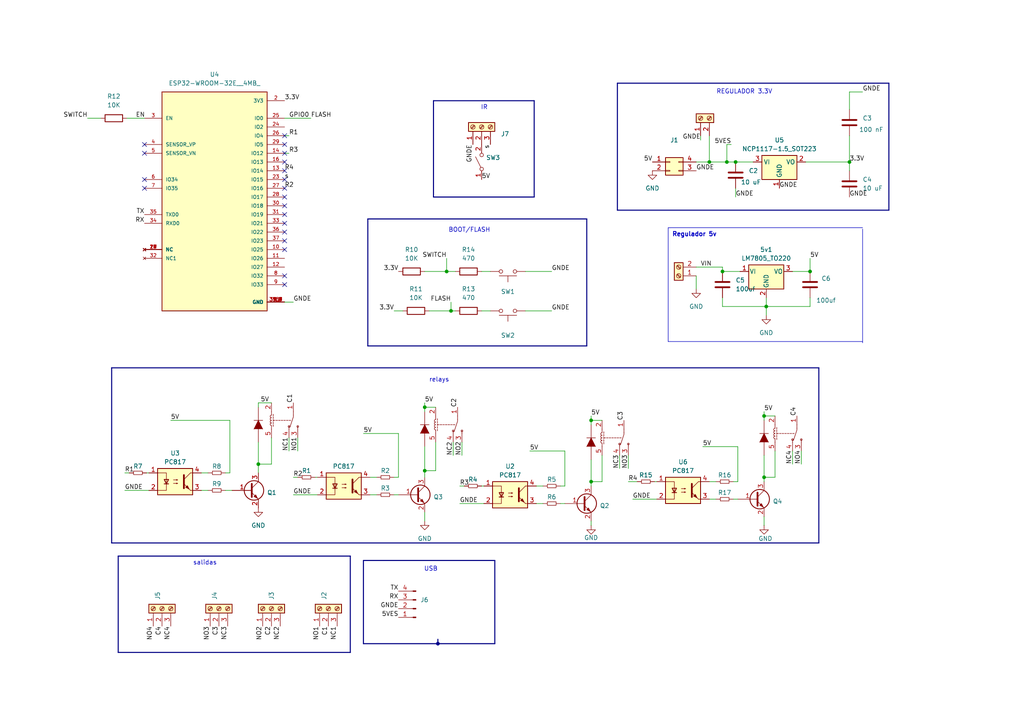
<source format=kicad_sch>
(kicad_sch (version 20231120) (generator "eeschema") (generator_version "8.0")
  (paper "A4")
  (title_block (title "Automatización WiFi") (company "Facundo Alliana / ECU Labs"))
  (lib_symbols
    (symbol "2N3904_1" (pin_names (offset 0) hide)
      (property "Reference" "Q4" (at 5.08 -0.635 0))
      (symbol "2N3904_1_0_1"
        (polyline (pts (xy 0.635 0.635) (xy 2.54 2.54)))
        (polyline (pts (xy 0.635 -0.635) (xy 2.54 -2.54) (xy 2.54 -2.54)))
        (polyline (pts (xy 0.635 1.905) (xy 0.635 -1.905) (xy 0.635 -1.905)) (stroke (width 0.508)))
        (polyline (pts (xy 1.27 -1.778) (xy 1.778 -1.27) (xy 2.286 -2.286) (xy 1.27 -1.778) (xy 1.27 -1.778)) (fill (type outline)))
        (circle (center 1.27 0) (radius 2.8194) (stroke (width 0.254)))
      )
      (symbol "2N3904_1_1_1"
        (pin passive line (at -5.08 0 0) (length 5.715) (name "B") (number "1"))
        (pin passive line (at 2.54 -5.08 90) (length 2.54) (name "E") (number "2"))
        (pin passive line (at 2.54 5.08 270) (length 2.54) (name "C") (number "3"))
      )
    )
    (symbol "Connector:Conn_01x04_Pin" (pin_names (offset 1.016) hide)
      (property "Reference" "J" (at 0 5.08 0))
      (property "Value" "Conn_01x04_Pin" (at 0 -7.62 0))
      (symbol "Conn_01x04_Pin_1_1"
        (polyline (pts (xy 1.27 -5.08) (xy 0.8636 -5.08)) (stroke (width 0.1524)))
        (polyline (pts (xy 1.27 -2.54) (xy 0.8636 -2.54)) (stroke (width 0.1524)))
        (polyline (pts (xy 1.27 0) (xy 0.8636 0)) (stroke (width 0.1524)))
        (polyline (pts (xy 1.27 2.54) (xy 0.8636 2.54)) (stroke (width 0.1524)))
        (rectangle (start 0.8636 -4.953) (end 0 -5.207) (stroke (width 0.1524)) (fill (type outline)))
        (rectangle (start 0.8636 -2.413) (end 0 -2.667) (stroke (width 0.1524)) (fill (type outline)))
        (rectangle (start 0.8636 0.127) (end 0 -0.127) (stroke (width 0.1524)) (fill (type outline)))
        (rectangle (start 0.8636 2.667) (end 0 2.413) (stroke (width 0.1524)) (fill (type outline)))
        (pin passive line (at 5.08 2.54 180) (length 3.81) (name "Pin_1") (number "1"))
        (pin passive line (at 5.08 0 180) (length 3.81) (name "Pin_2") (number "2"))
        (pin passive line (at 5.08 -2.54 180) (length 3.81) (name "Pin_3") (number "3"))
        (pin passive line (at 5.08 -5.08 180) (length 3.81) (name "Pin_4") (number "4"))
      )
    )
    (symbol "Connector:Screw_Terminal_01x02" (pin_names (offset 1.016) hide)
      (property "Reference" "J" (at 0 2.54 0))
      (property "Value" "Screw_Terminal_01x02" (at 0 -5.08 0))
      (symbol "Screw_Terminal_01x02_1_1"
        (rectangle (start -1.27 1.27) (end 1.27 -3.81) (stroke (width 0.254)) (fill (type background)))
        (circle (center 0 -2.54) (radius 0.635) (stroke (width 0.1524)))
        (polyline (pts (xy -0.5334 -2.2098) (xy 0.3302 -3.048)) (stroke (width 0.1524)))
        (polyline (pts (xy -0.5334 0.3302) (xy 0.3302 -0.508)) (stroke (width 0.1524)))
        (polyline (pts (xy -0.3556 -2.032) (xy 0.508 -2.8702)) (stroke (width 0.1524)))
        (polyline (pts (xy -0.3556 0.508) (xy 0.508 -0.3302)) (stroke (width 0.1524)))
        (circle (center 0 0) (radius 0.635) (stroke (width 0.1524)))
        (pin passive line (at -5.08 0 0) (length 3.81) (name "Pin_1") (number "1"))
        (pin passive line (at -5.08 -2.54 0) (length 3.81) (name "Pin_2") (number "2"))
      )
    )
    (symbol "Connector:Screw_Terminal_01x03" (pin_names (offset 1.016) hide)
      (property "Reference" "J" (at 0 5.08 0))
      (property "Value" "Screw_Terminal_01x03" (at 0 -5.08 0))
      (symbol "Screw_Terminal_01x03_1_1"
        (rectangle (start -1.27 3.81) (end 1.27 -3.81) (stroke (width 0.254)) (fill (type background)))
        (circle (center 0 -2.54) (radius 0.635) (stroke (width 0.1524)))
        (polyline (pts (xy -0.5334 -2.2098) (xy 0.3302 -3.048)) (stroke (width 0.1524)))
        (polyline (pts (xy -0.5334 0.3302) (xy 0.3302 -0.508)) (stroke (width 0.1524)))
        (polyline (pts (xy -0.5334 2.8702) (xy 0.3302 2.032)) (stroke (width 0.1524)))
        (polyline (pts (xy -0.3556 -2.032) (xy 0.508 -2.8702)) (stroke (width 0.1524)))
        (polyline (pts (xy -0.3556 0.508) (xy 0.508 -0.3302)) (stroke (width 0.1524)))
        (polyline (pts (xy -0.3556 3.048) (xy 0.508 2.2098)) (stroke (width 0.1524)))
        (circle (center 0 0) (radius 0.635) (stroke (width 0.1524)))
        (circle (center 0 2.54) (radius 0.635) (stroke (width 0.1524)))
        (pin passive line (at -5.08 2.54 0) (length 3.81) (name "Pin_1") (number "1"))
        (pin passive line (at -5.08 0 0) (length 3.81) (name "Pin_2") (number "2"))
        (pin passive line (at -5.08 -2.54 0) (length 3.81) (name "Pin_3") (number "3"))
      )
    )
    (symbol "Connector_Generic:Conn_02x02_Counter_Clockwise" (pin_names (offset 1.016) hide)
      (property "Reference" "J" (at 1.27 2.54 0))
      (property "Value" "Conn_02x02_Counter_Clockwise" (at 1.27 -5.08 0))
      (symbol "Conn_02x02_Counter_Clockwise_1_1"
        (rectangle (start -1.27 -2.413) (end 0 -2.667) (stroke (width 0.1524)))
        (rectangle (start -1.27 0.127) (end 0 -0.127) (stroke (width 0.1524)))
        (rectangle (start -1.27 1.27) (end 3.81 -3.81) (stroke (width 0.254)) (fill (type background)))
        (rectangle (start 3.81 -2.413) (end 2.54 -2.667) (stroke (width 0.1524)))
        (rectangle (start 3.81 0.127) (end 2.54 -0.127) (stroke (width 0.1524)))
        (pin passive line (at -5.08 0 0) (length 3.81) (name "Pin_1") (number "1"))
        (pin passive line (at -5.08 -2.54 0) (length 3.81) (name "Pin_2") (number "2"))
        (pin passive line (at 7.62 -2.54 180) (length 3.81) (name "Pin_3") (number "3"))
        (pin passive line (at 7.62 0 180) (length 3.81) (name "Pin_4") (number "4"))
      )
    )
    (symbol "Device:C" (pin_numbers hide) (pin_names (offset 0.254))
      (property "Reference" "C" (at 0.635 2.54 0))
      (property "Value" "C" (at 0.635 -2.54 0))
      (symbol "C_0_1"
        (polyline (pts (xy -2.032 -0.762) (xy 2.032 -0.762)) (stroke (width 0.508)))
        (polyline (pts (xy -2.032 0.762) (xy 2.032 0.762)) (stroke (width 0.508)))
      )
      (symbol "C_1_1"
        (pin passive line (at 0 3.81 270) (length 2.794) (name "~") (number "1"))
        (pin passive line (at 0 -3.81 90) (length 2.794) (name "~") (number "2"))
      )
    )
    (symbol "Device:R" (pin_numbers hide) (pin_names (offset 0))
      (property "Reference" "R" (at 2.032 0 90))
      (property "Value" "R" (at 0 0 90))
      (symbol "R_0_1"
        (rectangle (start -1.016 -2.54) (end 1.016 2.54) (stroke (width 0.254)))
      )
      (symbol "R_1_1"
        (pin passive line (at 0 3.81 270) (length 1.27) (name "~") (number "1"))
        (pin passive line (at 0 -3.81 90) (length 1.27) (name "~") (number "2"))
      )
    )
    (symbol "EESTN5:DIODE" (pin_numbers hide) (pin_names (offset 1.016) hide)
      (property "Reference" "D" (at 0 2.54 0))
      (property "Value" "DIODE" (at 0 -2.54 0))
      (symbol "DIODE_0_1"
        (polyline (pts (xy 1.27 1.27) (xy 1.27 -1.27)) (stroke (width 0.1524)))
        (polyline (pts (xy -1.27 1.27) (xy 1.27 0) (xy -1.27 -1.27)) (fill (type outline)))
      )
      (symbol "DIODE_1_1"
        (pin passive line (at -5.08 0 0) (length 3.81) (name "A") (number "1"))
        (pin passive line (at 5.08 0 180) (length 3.81) (name "K") (number "2"))
      )
    )
    (symbol "EESTN5:R" (pin_numbers hide) (pin_names (offset 0))
      (property "Reference" "R" (at -1.27 0 90))
      (property "Value" "R" (at 1.27 0 90))
      (symbol "R_0_1"
        (rectangle (start 0.508 1.27) (end -0.508 -1.27))
      )
      (symbol "R_1_1"
        (pin passive line (at 0 2.54 270) (length 1.27) (name "~") (number "1"))
        (pin passive line (at 0 -2.54 90) (length 1.27) (name "~") (number "2"))
      )
    )
    (symbol "EESTN5:RELAY_C" (pin_names (offset 1.016))
      (property "Reference" "K" (at 0 6.35 0))
      (property "Value" "RELAY_C" (at 0 -5.969 0))
      (symbol "RELAY_C_0_1"
        (arc (start -0.762 3.81) (mid -1.143 4.1894) (end -1.524 3.81))
        (polyline (pts (xy -1.778 3.302) (xy -1.27 3.302) (xy -1.27 3.302)))
        (polyline (pts (xy -1.524 -2.54) (xy -2.54 -2.54) (xy -2.54 -2.54)))
        (polyline (pts (xy -1.524 3.81) (xy -2.54 3.81) (xy -2.54 3.81)))
        (polyline (pts (xy -1.016 3.302) (xy -0.508 3.302) (xy -0.508 3.302)))
        (polyline (pts (xy -0.254 3.302) (xy 0.254 3.302) (xy 0.254 3.302)))
        (polyline (pts (xy 0 -1.27) (xy 0 -1.778) (xy 0 -1.778)))
        (polyline (pts (xy 0 -0.508) (xy 0 -1.016) (xy 0 -1.016)))
        (polyline (pts (xy 0 0.254) (xy 0 -0.254) (xy 0 -0.254)))
        (polyline (pts (xy 0 1.016) (xy 0 0.508) (xy 0 0.508)))
        (polyline (pts (xy 0 1.778) (xy 0 1.27) (xy 0 1.27)))
        (polyline (pts (xy 0 2.54) (xy 0 2.032) (xy 0 2.032)))
        (polyline (pts (xy 0 3.302) (xy 0 2.794) (xy 0 2.794)))
        (polyline (pts (xy 0.508 3.302) (xy 1.016 3.302) (xy 1.016 3.302)))
        (polyline (pts (xy 1.27 3.302) (xy 1.778 3.302) (xy 1.778 3.302)))
        (polyline (pts (xy 1.524 3.81) (xy 2.54 3.81) (xy 2.54 3.81)))
        (polyline (pts (xy 2.54 -3.81) (xy 1.778 -3.81) (xy 1.778 -3.81)))
        (polyline (pts (xy 2.54 -1.27) (xy 1.778 -1.27) (xy 1.778 -1.27)))
        (polyline (pts (xy -1.524 -2.54) (xy -1.016 -2.54) (xy 2.032 -1.524) (xy 2.032 -1.524)))
        (arc (start 0 3.81) (mid -0.381 4.1894) (end -0.762 3.81))
        (arc (start 0.762 3.81) (mid 0.381 4.1894) (end 0 3.81))
        (arc (start 1.524 3.81) (mid 1.143 4.1894) (end 0.762 3.81))
        (circle (center 1.778 -3.81) (radius 0.254))
        (circle (center 1.778 -1.27) (radius 0.254))
      )
      (symbol "RELAY_C_1_1"
        (pin passive line (at -5.08 -2.54 0) (length 2.54) (name "~") (number "1"))
        (pin passive line (at -5.08 3.81 0) (length 2.54) (name "~") (number "2"))
        (pin passive line (at 5.08 -3.81 180) (length 2.54) (name "~") (number "3"))
        (pin passive line (at 5.08 -1.27 180) (length 2.54) (name "~") (number "4"))
        (pin passive line (at 5.08 3.81 180) (length 2.54) (name "~") (number "5"))
      )
    )
    (symbol "EESTN5:SW_Push" (pin_numbers hide) (pin_names (offset 1.016) hide)
      (property "Reference" "SW" (at 1.27 2.54 0))
      (symbol "SW_Push_0_1"
        (circle (center -2.032 0) (radius 0.508))
        (polyline (pts (xy 0 1.27) (xy 0 3.048)))
        (polyline (pts (xy 2.54 1.27) (xy -2.54 1.27)))
        (circle (center 2.032 0) (radius 0.508))
        (pin passive line (at -5.08 0 0) (length 2.54) (name "1") (number "1"))
        (pin passive line (at 5.08 0 180) (length 2.54) (name "2") (number "2"))
      )
    )
    (symbol "ESP32-WROOM-32E__4MB_:ESP32-WROOM-32E__4MB_" (pin_names (offset 1.016))
      (property "Reference" "U" (at -15.24 33.909 0))
      (property "Value" "ESP32-WROOM-32E__4MB_" (at -15.24 -33.02 0))
      (symbol "ESP32-WROOM-32E__4MB__0_0"
        (rectangle (start -15.24 -30.48) (end 15.24 33.02) (stroke (width 0.254)) (fill (type background)))
        (pin power_in line (at 20.32 -27.94 180) (length 5.08) (name "GND") (number "1"))
        (pin bidirectional line (at 20.32 -12.7 180) (length 5.08) (name "IO25") (number "10"))
        (pin bidirectional line (at 20.32 -15.24 180) (length 5.08) (name "IO26") (number "11"))
        (pin bidirectional line (at 20.32 -17.78 180) (length 5.08) (name "IO27") (number "12"))
        (pin bidirectional line (at 20.32 10.16 180) (length 5.08) (name "IO14") (number "13"))
        (pin bidirectional line (at 20.32 15.24 180) (length 5.08) (name "IO12") (number "14"))
        (pin power_in line (at 20.32 -27.94 180) (length 5.08) (name "GND") (number "15"))
        (pin bidirectional line (at 20.32 12.7 180) (length 5.08) (name "IO13") (number "16"))
        (pin no_connect line (at -20.32 -12.7 0) (length 5.08) (name "NC") (number "17"))
        (pin no_connect line (at -20.32 -12.7 0) (length 5.08) (name "NC") (number "18"))
        (pin no_connect line (at -20.32 -12.7 0) (length 5.08) (name "NC") (number "19"))
        (pin power_in line (at 20.32 30.48 180) (length 5.08) (name "3V3") (number "2"))
        (pin no_connect line (at -20.32 -12.7 0) (length 5.08) (name "NC") (number "20"))
        (pin no_connect line (at -20.32 -12.7 0) (length 5.08) (name "NC") (number "21"))
        (pin no_connect line (at -20.32 -12.7 0) (length 5.08) (name "NC") (number "22"))
        (pin bidirectional line (at 20.32 7.62 180) (length 5.08) (name "IO15") (number "23"))
        (pin bidirectional line (at 20.32 22.86 180) (length 5.08) (name "IO2") (number "24"))
        (pin bidirectional line (at 20.32 25.4 180) (length 5.08) (name "IO0") (number "25"))
        (pin bidirectional line (at 20.32 20.32 180) (length 5.08) (name "IO4") (number "26"))
        (pin bidirectional line (at 20.32 5.08 180) (length 5.08) (name "IO16") (number "27"))
        (pin bidirectional line (at 20.32 2.54 180) (length 5.08) (name "IO17") (number "28"))
        (pin bidirectional line (at 20.32 17.78 180) (length 5.08) (name "IO5") (number "29"))
        (pin input line (at -20.32 25.4 0) (length 5.08) (name "EN") (number "3"))
        (pin bidirectional line (at 20.32 0 180) (length 5.08) (name "IO18") (number "30"))
        (pin bidirectional line (at 20.32 -2.54 180) (length 5.08) (name "IO19") (number "31"))
        (pin no_connect line (at -20.32 -15.24 0) (length 5.08) (name "NC1") (number "32"))
        (pin bidirectional line (at 20.32 -5.08 180) (length 5.08) (name "IO21") (number "33"))
        (pin bidirectional line (at -20.32 -5.08 0) (length 5.08) (name "RXD0") (number "34"))
        (pin bidirectional line (at -20.32 -2.54 0) (length 5.08) (name "TXD0") (number "35"))
        (pin bidirectional line (at 20.32 -7.62 180) (length 5.08) (name "IO22") (number "36"))
        (pin bidirectional line (at 20.32 -10.16 180) (length 5.08) (name "IO23") (number "37"))
        (pin power_in line (at 20.32 -27.94 180) (length 5.08) (name "GND") (number "38"))
        (pin power_in line (at 20.32 -27.94 180) (length 5.08) (name "GND") (number "39_1"))
        (pin power_in line (at 20.32 -27.94 180) (length 5.08) (name "GND") (number "39_2"))
        (pin power_in line (at 20.32 -27.94 180) (length 5.08) (name "GND") (number "39_3"))
        (pin power_in line (at 20.32 -27.94 180) (length 5.08) (name "GND") (number "39_4"))
        (pin power_in line (at 20.32 -27.94 180) (length 5.08) (name "GND") (number "39_5"))
        (pin power_in line (at 20.32 -27.94 180) (length 5.08) (name "GND") (number "39_6"))
        (pin power_in line (at 20.32 -27.94 180) (length 5.08) (name "GND") (number "39_7"))
        (pin power_in line (at 20.32 -27.94 180) (length 5.08) (name "GND") (number "39_8"))
        (pin power_in line (at 20.32 -27.94 180) (length 5.08) (name "GND") (number "39_9"))
        (pin input line (at -20.32 17.78 0) (length 5.08) (name "SENSOR_VP") (number "4"))
        (pin input line (at -20.32 15.24 0) (length 5.08) (name "SENSOR_VN") (number "5"))
        (pin input line (at -20.32 7.62 0) (length 5.08) (name "IO34") (number "6"))
        (pin input line (at -20.32 5.08 0) (length 5.08) (name "IO35") (number "7"))
        (pin bidirectional line (at 20.32 -20.32 180) (length 5.08) (name "IO32") (number "8"))
        (pin bidirectional line (at 20.32 -22.86 180) (length 5.08) (name "IO33") (number "9"))
      )
    )
    (symbol "Isolator:PC817" (pin_names (offset 1.016))
      (property "Reference" "U" (at -5.08 5.08 0))
      (property "Value" "PC817" (at 0 5.08 0))
      (symbol "PC817_0_1"
        (rectangle (start -5.08 3.81) (end 5.08 -3.81) (stroke (width 0.254)) (fill (type background)))
        (polyline (pts (xy -3.175 -0.635) (xy -1.905 -0.635)) (stroke (width 0.254)))
        (polyline (pts (xy 2.54 0.635) (xy 4.445 2.54)))
        (polyline (pts (xy 4.445 -2.54) (xy 2.54 -0.635)) (fill (type outline)))
        (polyline (pts (xy 4.445 -2.54) (xy 5.08 -2.54)))
        (polyline (pts (xy 4.445 2.54) (xy 5.08 2.54)))
        (polyline (pts (xy -5.08 2.54) (xy -2.54 2.54) (xy -2.54 -0.635)))
        (polyline (pts (xy -2.54 -0.635) (xy -2.54 -2.54) (xy -5.08 -2.54)))
        (polyline (pts (xy 2.54 1.905) (xy 2.54 -1.905) (xy 2.54 -1.905)) (stroke (width 0.508)))
        (polyline (pts (xy -2.54 -0.635) (xy -3.175 0.635) (xy -1.905 0.635) (xy -2.54 -0.635)) (stroke (width 0.254)))
        (polyline (pts (xy -0.508 -0.508) (xy 0.762 -0.508) (xy 0.381 -0.635) (xy 0.381 -0.381) (xy 0.762 -0.508)))
        (polyline (pts (xy -0.508 0.508) (xy 0.762 0.508) (xy 0.381 0.381) (xy 0.381 0.635) (xy 0.762 0.508)))
        (polyline (pts (xy 3.048 -1.651) (xy 3.556 -1.143) (xy 4.064 -2.159) (xy 3.048 -1.651) (xy 3.048 -1.651)) (fill (type outline)))
      )
      (symbol "PC817_1_1"
        (pin passive line (at -7.62 2.54 0) (length 2.54) (name "~") (number "1"))
        (pin passive line (at -7.62 -2.54 0) (length 2.54) (name "~") (number "2"))
        (pin passive line (at 7.62 -2.54 180) (length 2.54) (name "~") (number "3"))
        (pin passive line (at 7.62 2.54 180) (length 2.54) (name "~") (number "4"))
      )
    )
    (symbol "Regulator_Linear:LM7805_TO220" (pin_names (offset 0.254))
      (property "Reference" "U" (at -3.81 3.175 0))
      (property "Value" "LM7805_TO220" (at 0 3.175 0))
      (symbol "LM7805_TO220_0_1"
        (rectangle (start -5.08 1.905) (end 5.08 -5.08) (stroke (width 0.254)) (fill (type background)))
      )
      (symbol "LM7805_TO220_1_1"
        (pin power_in line (at -7.62 0 0) (length 2.54) (name "VI") (number "1"))
        (pin power_in line (at 0 -7.62 90) (length 2.54) (name "GND") (number "2"))
        (pin power_out line (at 7.62 0 180) (length 2.54) (name "VO") (number "3"))
      )
    )
    (symbol "Regulator_Linear:NCP1117-1.5_SOT223"
      (property "Reference" "U" (at -3.81 3.175 0))
      (property "Value" "NCP1117-1.5_SOT223" (at 0 3.175 0))
      (symbol "NCP1117-1.5_SOT223_0_1"
        (rectangle (start -5.08 -5.08) (end 5.08 1.905) (stroke (width 0.254)) (fill (type background)))
      )
      (symbol "NCP1117-1.5_SOT223_1_1"
        (pin power_in line (at 0 -7.62 90) (length 2.54) (name "GND") (number "1"))
        (pin power_out line (at 7.62 0 180) (length 2.54) (name "VO") (number "2"))
        (pin power_in line (at -7.62 0 0) (length 2.54) (name "VI") (number "3"))
      )
    )
    (symbol "Switch:SW_SPST" (pin_names (offset 0) hide)
      (property "Reference" "SW" (at 0 3.175 0))
      (property "Value" "SW_SPST" (at 0 -2.54 0))
      (symbol "SW_SPST_0_0"
        (circle (center -2.032 0) (radius 0.508))
        (polyline (pts (xy -1.524 0.254) (xy 1.524 1.778)))
        (circle (center 2.032 0) (radius 0.508))
      )
      (symbol "SW_SPST_1_1"
        (pin passive line (at -5.08 0 0) (length 2.54) (name "A") (number "1"))
        (pin passive line (at 5.08 0 180) (length 2.54) (name "B") (number "2"))
      )
    )
    (symbol "power:GND" (power) (pin_numbers hide) (pin_names (offset 0) hide)
      (property "Value" "GND" (at 0 -3.81 0))
      (symbol "GND_0_1"
        (polyline (pts (xy 0 0) (xy 0 -1.27) (xy 1.27 -1.27) (xy 0 -2.54) (xy -1.27 -1.27) (xy 0 -1.27)))
      )
      (symbol "GND_1_1"
        (pin power_in line (at 0 0 270) (length 0) (name "~") (number "1"))
      )
    )
  )
  (junction (at 129.54 78.74))
  (junction (at 171.45 139.7))
  (junction (at 127 186.69))
  (junction (at 210.82 46.99))
  (junction (at 123.19 136.525))
  (junction (at 123.19 118.11))
  (junction (at 221.615 120.65))
  (junction (at 74.93 134.62))
  (junction (at 205.74 46.99))
  (junction (at 222.25 88.9))
  (junction (at 171.45 121.92))
  (junction (at 221.615 138.43))
  (junction (at 130.81 90.17))
  (junction (at 234.95 78.74))
  (junction (at 213.36 46.99))
  (junction (at 209.55 78.74))
  (junction (at 246.38 46.99))
  (no_connect (at 41.91 44.45))
  (no_connect (at 82.55 72.39))
  (no_connect (at 82.55 57.15))
  (no_connect (at 82.55 44.45))
  (no_connect (at 82.55 82.55))
  (no_connect (at 82.55 49.53))
  (no_connect (at 82.55 69.85))
  (no_connect (at 82.55 62.23))
  (no_connect (at 82.55 64.77))
  (no_connect (at 41.91 54.61))
  (no_connect (at 82.55 59.69))
  (no_connect (at 82.55 46.99))
  (no_connect (at 82.55 67.31))
  (no_connect (at 82.55 39.37))
  (no_connect (at 41.91 52.07))
  (no_connect (at 82.55 54.61))
  (no_connect (at 82.55 52.07))
  (no_connect (at 82.55 41.91))
  (no_connect (at 41.91 41.91))
  (no_connect (at 82.55 80.01))
  (wire (pts (xy 58.42 137.16) (xy 60.325 137.16)))
  (wire (pts (xy 86.36 130.81) (xy 86.36 127)))
  (wire (pts (xy 107.315 138.43) (xy 109.22 138.43)))
  (wire (pts (xy 123.19 136.525) (xy 123.19 138.43)))
  (bus (pts (xy 143.51 162.56) (xy 105.41 162.56)))
  (bus (pts (xy 179.07 24.13) (xy 179.07 60.96)))
  (wire (pts (xy 85.09 143.51) (xy 92.075 143.51)))
  (wire (pts (xy 114.3 143.51) (xy 115.57 143.51)))
  (wire (pts (xy 224.79 138.43) (xy 224.79 130.81)))
  (wire (pts (xy 139.7 140.97) (xy 140.335 140.97)))
  (wire (pts (xy 221.615 120.65) (xy 224.79 120.65)))
  (wire (pts (xy 221.615 132.08) (xy 221.615 138.43)))
  (wire (pts (xy 65.405 142.24) (xy 67.31 142.24)))
  (wire (pts (xy 123.19 119.38) (xy 123.19 118.11)))
  (wire (pts (xy 183.515 144.78) (xy 190.5 144.78)))
  (wire (pts (xy 162.56 140.97) (xy 163.83 140.97)))
  (wire (pts (xy 152.4 78.74) (xy 160.02 78.74)))
  (wire (pts (xy 203.835 129.54) (xy 213.995 129.54)))
  (wire (pts (xy 171.45 121.92) (xy 174.625 121.92)))
  (wire (pts (xy 222.25 88.9) (xy 234.95 88.9)))
  (wire (pts (xy 133.35 146.05) (xy 140.335 146.05)))
  (wire (pts (xy 212.09 41.91) (xy 210.82 41.91)))
  (bus (pts (xy 101.6 161.29) (xy 34.29 161.29)))
  (bus (pts (xy 106.68 100.33) (xy 170.18 100.33)))
  (bus (pts (xy 257.81 24.13) (xy 179.07 24.13)))
  (wire (pts (xy 213.995 129.54) (xy 213.995 139.7)))
  (wire (pts (xy 123.19 118.11) (xy 126.365 118.11)))
  (bus (pts (xy 257.81 60.96) (xy 257.81 24.13)))
  (wire (pts (xy 123.19 148.59) (xy 123.19 151.13)))
  (wire (pts (xy 49.53 121.92) (xy 66.675 121.92)))
  (wire (pts (xy 133.985 132.08) (xy 133.985 128.27)))
  (wire (pts (xy 171.45 139.7) (xy 171.45 140.97)))
  (wire (pts (xy 85.09 87.63) (xy 82.55 87.63)))
  (wire (pts (xy 155.575 146.05) (xy 157.48 146.05)))
  (wire (pts (xy 209.55 77.47) (xy 209.55 78.74)))
  (bus (pts (xy 125.73 57.15) (xy 154.94 57.15)))
  (bus (pts (xy 179.07 60.96) (xy 257.81 60.96)))
  (bus (pts (xy 170.18 63.5) (xy 106.68 63.5)))
  (bus (pts (xy 106.68 63.5) (xy 106.68 100.33)))
  (wire (pts (xy 213.36 46.99) (xy 218.44 46.99)))
  (wire (pts (xy 222.25 88.9) (xy 222.25 86.36)))
  (bus (pts (xy 154.94 29.21) (xy 125.73 29.21)))
  (wire (pts (xy 82.55 34.29) (xy 90.17 34.29)))
  (wire (pts (xy 163.83 130.81) (xy 163.83 140.97)))
  (wire (pts (xy 232.41 134.62) (xy 232.41 130.81)))
  (wire (pts (xy 246.38 31.75) (xy 246.38 26.67)))
  (wire (pts (xy 171.45 151.13) (xy 171.45 152.4)))
  (wire (pts (xy 74.93 118.11) (xy 74.93 116.84)))
  (bus (pts (xy 32.385 157.48) (xy 32.385 106.68)))
  (bus (pts (xy 105.41 162.56) (xy 105.41 186.69)))
  (wire (pts (xy 36.195 142.24) (xy 43.18 142.24)))
  (wire (pts (xy 174.625 139.7) (xy 174.625 132.08)))
  (wire (pts (xy 83.82 39.37) (xy 82.55 39.37)))
  (wire (pts (xy 210.82 46.99) (xy 213.36 46.99)))
  (wire (pts (xy 246.38 26.67) (xy 250.19 26.67)))
  (wire (pts (xy 171.45 133.35) (xy 171.45 139.7)))
  (wire (pts (xy 133.35 140.97) (xy 134.62 140.97)))
  (wire (pts (xy 105.41 125.73) (xy 115.57 125.73)))
  (bus (pts (xy 170.18 100.33) (xy 170.18 63.5)))
  (bus (pts (xy 143.51 186.69) (xy 143.51 162.56)))
  (wire (pts (xy 221.615 149.86) (xy 221.615 152.4)))
  (wire (pts (xy 74.93 116.84) (xy 78.74 116.84)))
  (wire (pts (xy 205.74 144.78) (xy 207.645 144.78)))
  (wire (pts (xy 201.93 77.47) (xy 209.55 77.47)))
  (wire (pts (xy 153.67 130.81) (xy 163.83 130.81)))
  (wire (pts (xy 162.56 146.05) (xy 163.83 146.05)))
  (wire (pts (xy 179.705 135.89) (xy 179.705 132.08)))
  (wire (pts (xy 234.95 74.93) (xy 234.95 78.74)))
  (wire (pts (xy 234.95 86.36) (xy 234.95 88.9)))
  (wire (pts (xy 123.19 136.525) (xy 126.365 136.525)))
  (wire (pts (xy 171.45 123.19) (xy 171.45 121.92)))
  (wire (pts (xy 203.2 40.64) (xy 203.2 39.37)))
  (bus (pts (xy 32.385 157.48) (xy 237.49 157.48)))
  (wire (pts (xy 114.3 138.43) (xy 115.57 138.43)))
  (wire (pts (xy 209.55 78.74) (xy 214.63 78.74)))
  (bus (pts (xy 105.41 186.69) (xy 127 186.69)))
  (wire (pts (xy 201.93 83.82) (xy 201.93 80.01)))
  (wire (pts (xy 229.87 134.62) (xy 229.87 130.81)))
  (wire (pts (xy 222.25 88.9) (xy 222.25 91.44)))
  (wire (pts (xy 114.3 90.17) (xy 116.84 90.17)))
  (wire (pts (xy 205.74 139.7) (xy 207.645 139.7)))
  (bus (pts (xy 127 186.69) (xy 143.51 186.69)))
  (bus (pts (xy 127 186.69) (xy 127 185.42)))
  (wire (pts (xy 139.7 78.74) (xy 142.24 78.74)))
  (bus (pts (xy 32.385 106.68) (xy 237.49 106.68)))
  (wire (pts (xy 182.245 135.89) (xy 182.245 132.08)))
  (wire (pts (xy 229.87 78.74) (xy 234.95 78.74)))
  (wire (pts (xy 221.615 138.43) (xy 221.615 139.7)))
  (wire (pts (xy 221.615 138.43) (xy 224.79 138.43)))
  (wire (pts (xy 130.81 87.63) (xy 130.81 90.17)))
  (wire (pts (xy 91.44 138.43) (xy 92.075 138.43)))
  (wire (pts (xy 212.725 144.78) (xy 213.995 144.78)))
  (bus (pts (xy 101.6 189.23) (xy 101.6 161.29)))
  (wire (pts (xy 205.74 46.99) (xy 210.82 46.99)))
  (wire (pts (xy 209.55 88.9) (xy 222.25 88.9)))
  (wire (pts (xy 115.57 125.73) (xy 115.57 138.43)))
  (wire (pts (xy 74.93 128.27) (xy 74.93 134.62)))
  (wire (pts (xy 126.365 136.525) (xy 126.365 128.27)))
  (wire (pts (xy 83.82 130.81) (xy 83.82 127)))
  (wire (pts (xy 213.36 57.15) (xy 213.36 54.61)))
  (wire (pts (xy 123.19 129.54) (xy 123.19 136.525)))
  (wire (pts (xy 221.615 119.38) (xy 221.615 120.65)))
  (wire (pts (xy 233.68 46.99) (xy 246.38 46.99)))
  (wire (pts (xy 25.4 34.29) (xy 29.21 34.29)))
  (bus (pts (xy 154.94 57.15) (xy 154.94 29.21)))
  (wire (pts (xy 78.74 134.62) (xy 78.74 127)))
  (bus (pts (xy 34.29 189.23) (xy 101.6 189.23)))
  (polyline (pts (xy 193.802 66.04) (xy 250.19 66.04)))
  (wire (pts (xy 74.93 134.62) (xy 78.74 134.62)))
  (wire (pts (xy 123.19 116.84) (xy 123.19 118.11)))
  (wire (pts (xy 171.45 139.7) (xy 174.625 139.7)))
  (wire (pts (xy 246.38 46.99) (xy 246.38 49.53)))
  (wire (pts (xy 212.725 139.7) (xy 213.995 139.7)))
  (wire (pts (xy 131.445 132.08) (xy 131.445 128.27)))
  (wire (pts (xy 129.54 78.74) (xy 132.08 78.74)))
  (bus (pts (xy 125.73 29.21) (xy 125.73 57.15)))
  (wire (pts (xy 246.38 46.99) (xy 246.38 39.37)))
  (wire (pts (xy 152.4 90.17) (xy 160.02 90.17)))
  (wire (pts (xy 107.315 143.51) (xy 109.22 143.51)))
  (wire (pts (xy 205.74 39.37) (xy 205.74 46.99)))
  (wire (pts (xy 201.93 46.99) (xy 205.74 46.99)))
  (bus (pts (xy 237.49 157.48) (xy 237.49 106.68)))
  (wire (pts (xy 85.09 138.43) (xy 86.36 138.43)))
  (wire (pts (xy 123.19 78.74) (xy 129.54 78.74)))
  (wire (pts (xy 83.82 44.45) (xy 82.55 44.45)))
  (wire (pts (xy 66.675 121.92) (xy 66.675 137.16)))
  (wire (pts (xy 221.615 121.92) (xy 221.615 120.65)))
  (wire (pts (xy 58.42 142.24) (xy 60.325 142.24)))
  (wire (pts (xy 74.93 134.62) (xy 74.93 137.16)))
  (wire (pts (xy 129.54 74.93) (xy 129.54 78.74)))
  (wire (pts (xy 36.83 34.29) (xy 41.91 34.29)))
  (wire (pts (xy 36.195 137.16) (xy 37.465 137.16)))
  (wire (pts (xy 182.245 139.7) (xy 184.785 139.7)))
  (wire (pts (xy 124.46 90.17) (xy 130.81 90.17)))
  (polyline (pts (xy 250.19 99.06) (xy 193.802 99.06)))
  (wire (pts (xy 139.7 90.17) (xy 142.24 90.17)))
  (wire (pts (xy 42.545 137.16) (xy 43.18 137.16)))
  (polyline (pts (xy 193.802 66.04) (xy 193.802 99.06)))
  (wire (pts (xy 171.45 120.65) (xy 171.45 121.92)))
  (wire (pts (xy 209.55 86.36) (xy 209.55 88.9)))
  (polyline (pts (xy 250.19 66.421) (xy 250.19 99.441)))
  (wire (pts (xy 130.81 90.17) (xy 132.08 90.17)))
  (wire (pts (xy 210.82 41.91) (xy 210.82 46.99)))
  (bus (pts (xy 34.29 161.29) (xy 34.29 189.23)))
  (wire (pts (xy 155.575 140.97) (xy 157.48 140.97)))
  (wire (pts (xy 65.405 137.16) (xy 66.675 137.16)))
  (wire (pts (xy 189.865 139.7) (xy 190.5 139.7)))
  (text "BOOT/FLASH" (at 136.144 66.802 0) (effects (font (size 1.27 1.27))))
  (text "salidas \n" (at 59.944 163.322 0) (effects (font (size 1.27 1.27))))
  (text "USB\n" (at 124.968 165.1 0) (effects (font (size 1.27 1.27))))
  (text "Regulador 5v\n" (at 201.422 68.072 0) (effects (font (size 1.27 1.27) (thickness 0.254) (bold yes))))
  (text "REGULADOR 3.3V\n" (at 215.9 26.67 0) (effects (font (size 1.27 1.27))))
  (text "relays\n" (at 127.381 110.236 0) (effects (font (size 1.27 1.27))))
  (text "IR\n" (at 140.462 31.242 0) (effects (font (size 1.27 1.27))))
  (label "GNDE" (at 160.02 78.74 0))
  (label "NO3" (at 60.96 181.61 270))
  (label "GNDE" (at 203.2 40.64 180))
  (label "NO4" (at 44.45 181.61 270))
  (label "EN" (at 39.37 34.29 0))
  (label "C1" (at 85.09 116.84 90))
  (label "C2" (at 78.74 181.61 270))
  (label "FLASH" (at 90.17 34.29 0))
  (label "NO1" (at 86.36 130.81 90))
  (label "SWITCH" (at 129.54 74.93 180))
  (label "5V" (at 171.45 120.65 0))
  (label "5V" (at 75.565 116.84 0))
  (label "R1" (at 36.195 137.16 0))
  (label "NO4" (at 232.41 134.62 90))
  (label "GNDE" (at 137.16 41.91 270))
  (label "GNDE" (at 201.93 49.53 0))
  (label "R1" (at 83.82 39.37 0))
  (label "C2" (at 132.715 118.11 90))
  (label "NC3" (at 66.04 181.61 270))
  (label "C4" (at 231.14 120.65 90))
  (label "5V" (at 189.23 46.99 180))
  (label "5V" (at 221.615 119.38 0))
  (label "SWITCH" (at 25.4 34.29 180))
  (label "R3" (at 83.82 44.45 0))
  (label "R3" (at 133.35 140.97 0))
  (label "5V" (at 203.835 129.54 0))
  (label "GNDE" (at 85.09 143.51 0))
  (label "GNDE" (at 183.515 144.78 0))
  (label "3.3V" (at 246.38 46.99 0))
  (label "C3" (at 63.5 181.61 270))
  (label "R2" (at 82.55 54.61 0))
  (label "3.3V" (at 114.3 90.17 180))
  (label "C4" (at 46.99 181.61 270))
  (label "5V" (at 139.7 52.07 0))
  (label "NC3" (at 179.705 135.89 90))
  (label "NO2" (at 76.2 181.61 270))
  (label "GNDE" (at 115.57 176.53 180))
  (label "NO3" (at 182.245 135.89 90))
  (label "5VES" (at 115.57 179.07 180))
  (label "FLASH" (at 130.81 87.63 180))
  (label "GNDE" (at 36.195 142.24 0))
  (label "RX" (at 115.57 173.99 180))
  (label "TX" (at 41.91 62.23 180))
  (label "R2" (at 85.09 138.43 0))
  (label "GNDE" (at 133.35 146.05 0))
  (label "C1" (at 95.25 181.61 270))
  (label "VIN" (at 203.2 77.47 0))
  (label "5VES" (at 212.09 41.91 180))
  (label "NC4" (at 229.87 134.62 90))
  (label "GNDE" (at 160.02 90.17 0))
  (label "GNDE" (at 213.36 57.15 0))
  (label "NO1" (at 92.71 181.61 270))
  (label "NC4" (at 49.53 181.61 270))
  (label "R4" (at 82.55 49.53 0))
  (label "GNDE" (at 85.09 87.63 0))
  (label "3.3V" (at 82.55 29.21 0))
  (label "GNDE" (at 246.38 57.15 0))
  (label "s" (at 142.24 41.91 270))
  (label "NC1" (at 83.82 130.81 90))
  (label "NC2" (at 81.28 181.61 270))
  (label "GPIO0" (at 83.82 34.29 0))
  (label "5V" (at 123.19 116.84 0))
  (label "NO2" (at 133.985 132.08 90))
  (label "3.3V" (at 115.57 78.74 180))
  (label "NC2" (at 131.445 132.08 90))
  (label "5V" (at 153.67 130.81 0))
  (label "NC1" (at 97.79 181.61 270))
  (label "C3" (at 180.975 121.92 90))
  (label "GNDE" (at 226.06 54.61 0))
  (label "5V" (at 105.41 125.73 0))
  (label "5V" (at 234.95 74.93 0))
  (label "5V" (at 49.53 121.92 0))
  (label "GNDE" (at 250.19 26.67 0))
  (label "s" (at 82.55 52.07 0))
  (label "R4" (at 182.245 139.7 0))
  (label "RX" (at 41.91 64.77 180))
  (label "TX" (at 115.57 171.45 180))
  (symbol (lib_name "2N3904_1") (lib_id "Transistor_BJT:2N3904") (at 72.39 142.24 0) (unit 1)
    (property "Reference" "Q1" (at 77.47 142.875 0) (effects (justify left)))
    (property "Value" "2N3904" (effects (hide yes)))
    (property "Footprint" "MMBT3904-Diotec-Semiconductor-Symbol-Kicad-1:P200_SOT-23" (effects (hide yes)))
    (property "Datasheet" "https://www.onsemi.com/pub/Collateral/2N3903-D.PDF" (effects (hide yes)))
  )
  (symbol (lib_id "EESTN5:R") (at 160.02 146.05 90) (unit 1)
    (property "Reference" "R6" (at 160.02 144.145 90))
    (property "Value" "R" (effects (hide yes)))
    (property "Footprint" "EESTN5:R_0805" (effects (hide yes)))
  )
  (symbol (lib_id "EESTN5:DIODE") (at 74.93 123.19 90) (unit 1)
    (property "Reference" "D3" (effects (hide yes)))
    (property "Value" "DIODE" (effects (hide yes)))
    (property "Footprint" "Diode_SMD:D_SMA" (effects (hide yes)))
  )
  (symbol (lib_id "ESP32-WROOM-32E__4MB_:ESP32-WROOM-32E__4MB_") (at 62.23 59.69 0) (unit 1)
    (property "Reference" "U4" (at 62.23 21.59 0))
    (property "Value" "ESP32-WROOM-32E__4MB_" (at 62.23 24.13 0))
    (property "Footprint" "RF_Module:ESP32-WROOM-32E" (effects (hide yes)))
    (property "Description" "Espressif Systems" (effects (hide yes)))
    (property "MAXIMUM_PACKAGE_HEIGHT" "3.25mm" (effects (hide yes)))
    (property "Package" "SMD-44 Espressif Systems" (effects (hide yes)))
    (property "Price" "None" (effects (hide yes)))
    (property "Check_prices" "https://www.snapeda.com/parts/ESP32-WROOM-32E%20(4MB)/Espressif+Systems/view-part/?ref=eda" (effects (hide yes)))
    (property "STANDARD" "Manufacturer Recommendations" (effects (hide yes)))
    (property "PARTREV" "1.4" (effects (hide yes)))
    (property "SnapEDA_Link" "https://www.snapeda.com/parts/ESP32-WROOM-32E%20(4MB)/Espressif+Systems/view-part/?ref=snap" (effects (hide yes)))
    (property "MP" "ESP32-WROOM-32E (4MB)" (effects (hide yes)))
    (property "Description_1" "\\nBluetooth, WiFi 802.11b/g/n, Bluetooth v4.2 +EDR, Class 1, 2 and 3 Transceiver Module 2.4GHz ~{} 2.5GHz Integrated, Trace Surface Mount\\n" (effects (hide yes)))
    (property "Availability" "In Stock" (effects (hide yes)))
    (property "MANUFACTURER" "Espressif Systems" (effects (hide yes)))
  )
  (symbol (lib_id "Connector:Screw_Terminal_01x03") (at 63.5 176.53 90) (unit 1)
    (property "Reference" "J4" (at 62.2299 173.99 0) (effects (justify left)))
    (property "Value" "Screw_Terminal_01x03" (effects (hide yes)))
    (property "Footprint" "TerminalBlock:TerminalBlock_bornier-3_P5.08mm" (effects (hide yes)))
    (property "Description" "Generic screw terminal, single row, 01x03, script generated (kicad-library-utils/schlib/autogen/connector/)" (effects (hide yes)))
  )
  (symbol (lib_id "EESTN5:SW_Push") (at 147.32 78.74 180) (unit 1)
    (property "Reference" "SW1" (at 147.32 84.582 0))
    (property "Value" "SW_Push" (effects (hide yes)))
    (property "Footprint" "Button_Switch_SMD:SW_SPST_B3U-1000P-B" (effects (hide yes)))
    (property "Description" "Push button switch, generic, two pins" (effects (hide yes)))
  )
  (symbol (lib_id "Device:R") (at 120.65 90.17 90) (unit 1)
    (property "Reference" "R11" (at 120.65 83.82 90))
    (property "Value" "10K" (at 120.65 86.36 90))
    (property "Footprint" "Resistor_SMD:R_0805_2012Metric_Pad1.20x1.40mm_HandSolder" (effects (hide yes)))
    (property "Description" "Resistor" (effects (hide yes)))
  )
  (symbol (lib_id "Device:C") (at 246.38 35.56 0) (unit 1)
    (property "Reference" "C3" (at 250.19 34.2899 0) (effects (justify left)))
    (property "Value" "100 nF" (at 249.174 37.592 0) (effects (justify left)))
    (property "Footprint" "Capacitor_SMD:C_0805_2012Metric_Pad1.18x1.45mm_HandSolder" (effects (hide yes)))
    (property "Description" "Unpolarized capacitor" (effects (hide yes)))
  )
  (symbol (lib_id "Switch:SW_SPST") (at 139.7 46.99 90) (unit 1)
    (property "Reference" "SW3" (at 140.97 45.7199 90) (effects (justify right)))
    (property "Value" "SW_SPST" (effects (hide yes)))
    (property "Footprint" "Button_Switch_THT:SW_DIP_SPSTx01_Slide_9.78x4.72mm_W7.62mm_P2.54mm" (effects (hide yes)))
    (property "Description" "Single Pole Single Throw (SPST) switch" (effects (hide yes)))
  )
  (symbol (lib_id "EESTN5:DIODE") (at 123.19 124.46 90) (unit 1)
    (property "Reference" "D1" (effects (hide yes)))
    (property "Value" "DIODE" (effects (hide yes)))
    (property "Footprint" "Diode_SMD:D_SMA" (effects (hide yes)))
  )
  (symbol (lib_name "2N3904_1") (lib_id "Transistor_BJT:2N3904") (at 168.91 146.05 0) (unit 1)
    (property "Reference" "Q2" (at 173.99 146.685 0) (effects (justify left)))
    (property "Value" "2N3904" (effects (hide yes)))
    (property "Footprint" "MMBT3904-Diotec-Semiconductor-Symbol-Kicad-1:P200_SOT-23" (effects (hide yes)))
    (property "Datasheet" "https://www.onsemi.com/pub/Collateral/2N3903-D.PDF" (effects (hide yes)))
  )
  (symbol (lib_id "EESTN5:R") (at 62.865 137.16 90) (unit 1)
    (property "Reference" "R8" (at 62.865 135.255 90))
    (property "Value" "R" (effects (hide yes)))
    (property "Footprint" "EESTN5:R_0805" (effects (hide yes)))
  )
  (symbol (lib_id "EESTN5:RELAY_C") (at 228.6 125.73 90) (mirror x) (unit 1)
    (property "Reference" "K4" (effects (hide yes)))
    (property "Value" "RELAY_C" (effects (hide yes)))
    (property "Footprint" "Relay_THT:Relay_SPDT_SANYOU_SRD_Series_Form_C" (effects (hide yes)))
  )
  (symbol (lib_id "power:GND") (at 201.93 83.82 0) (unit 1)
    (property "Reference" "#PWR018" (effects (hide yes)))
    (property "Value" "GND" (at 201.93 88.9 0))
    (property "Description" "Power symbol creates a global label with name \"GND\" , ground" (effects (hide yes)))
  )
  (symbol (lib_id "EESTN5:R") (at 210.185 144.78 90) (unit 1)
    (property "Reference" "R17" (at 210.185 142.875 90))
    (property "Value" "R" (effects (hide yes)))
    (property "Footprint" "Resistor_SMD:R_0805_2012Metric_Pad1.20x1.40mm_HandSolder" (effects (hide yes)))
  )
  (symbol (lib_id "EESTN5:R") (at 187.325 139.7 90) (unit 1)
    (property "Reference" "R15" (at 187.325 137.795 90))
    (property "Value" "R" (effects (hide yes)))
    (property "Footprint" "Resistor_SMD:R_0805_2012Metric_Pad1.20x1.40mm_HandSolder" (effects (hide yes)))
  )
  (symbol (lib_id "EESTN5:R") (at 137.16 140.97 90) (unit 1)
    (property "Reference" "R4" (at 137.16 139.065 90))
    (property "Value" "R" (effects (hide yes)))
    (property "Footprint" "EESTN5:R_0805" (effects (hide yes)))
  )
  (symbol (lib_id "Connector:Conn_01x04_Pin") (at 120.65 176.53 180) (unit 1)
    (property "Reference" "J6" (at 121.92 173.9899 0) (effects (justify right)))
    (property "Value" "Conn_01x04_Pin" (effects (hide yes)))
    (property "Footprint" "Connector_PinSocket_2.54mm:PinSocket_1x04_P2.54mm_Vertical" (effects (hide yes)))
    (property "Description" "Generic connector, single row, 01x04, script generated" (effects (hide yes)))
  )
  (symbol (lib_id "Device:R") (at 135.89 78.74 90) (unit 1)
    (property "Reference" "R14" (at 135.89 72.39 90))
    (property "Value" "470" (at 135.89 74.93 90))
    (property "Footprint" "Resistor_SMD:R_0805_2012Metric_Pad1.20x1.40mm_HandSolder" (effects (hide yes)))
    (property "Description" "Resistor" (effects (hide yes)))
  )
  (symbol (lib_id "Regulator_Linear:NCP1117-1.5_SOT223") (at 226.06 46.99 0) (unit 1)
    (property "Reference" "U5" (at 226.06 40.64 0))
    (property "Value" "NCP1117-1.5_SOT223" (at 226.06 43.18 0))
    (property "Footprint" "Package_TO_SOT_SMD:SOT-223-3_TabPin2" (effects (hide yes)))
    (property "Datasheet" "http://www.onsemi.com/pub_link/Collateral/NCP1117-D.PDF" (effects (hide yes)))
    (property "Description" "1A Low drop-out regulator, Fixed Output 1.5V, SOT-223" (effects (hide yes)))
  )
  (symbol (lib_id "EESTN5:R") (at 210.185 139.7 90) (unit 1)
    (property "Reference" "R16" (at 210.185 137.795 90))
    (property "Value" "R" (effects (hide yes)))
    (property "Footprint" "Resistor_SMD:R_0805_2012Metric_Pad1.20x1.40mm_HandSolder" (effects (hide yes)))
  )
  (symbol (lib_id "EESTN5:RELAY_C") (at 178.435 127 90) (mirror x) (unit 1)
    (property "Reference" "K2" (effects (hide yes)))
    (property "Value" "RELAY_C" (effects (hide yes)))
    (property "Footprint" "EESTN5:Relay_C" (effects (hide yes)))
  )
  (symbol (lib_id "power:GND") (at 189.23 49.53 0) (unit 1)
    (property "Reference" "#PWR01" (effects (hide yes)))
    (property "Value" "GND" (at 189.23 54.61 0))
    (property "Description" "Power symbol creates a global label with name \"GND\" , ground" (effects (hide yes)))
  )
  (symbol (lib_id "power:GND") (at 222.25 91.44 0) (unit 1)
    (property "Reference" "#PWR019" (effects (hide yes)))
    (property "Value" "GND" (at 222.25 96.52 0))
    (property "Description" "Power symbol creates a global label with name \"GND\" , ground" (effects (hide yes)))
  )
  (symbol (lib_name "2N3904_1") (lib_id "Transistor_BJT:2N3904") (at 120.65 143.51 0) (unit 1)
    (property "Reference" "Q3" (at 125.73 144.145 0) (effects (justify left)))
    (property "Value" "2N3904" (effects (hide yes)))
    (property "Footprint" "MMBT3904-Diotec-Semiconductor-Symbol-Kicad-1:P200_SOT-23" (effects (hide yes)))
    (property "Datasheet" "https://www.onsemi.com/pub/Collateral/2N3903-D.PDF" (effects (hide yes)))
  )
  (symbol (lib_name "2N3904_1") (lib_id "Transistor_BJT:2N3904") (at 219.075 144.78 0) (unit 1)
    (property "Reference" "Q4" (at 224.155 145.415 0) (effects (justify left)))
    (property "Value" "2N3904" (effects (hide yes)))
    (property "Footprint" "MMBT3904-Diotec-Semiconductor-Symbol-Kicad-1:P200_SOT-23" (effects (hide yes)))
    (property "Datasheet" "https://www.onsemi.com/pub/Collateral/2N3903-D.PDF" (effects (hide yes)))
  )
  (symbol (lib_id "Connector:Screw_Terminal_01x03") (at 46.99 176.53 90) (unit 1)
    (property "Reference" "J5" (at 45.7199 173.99 0) (effects (justify left)))
    (property "Value" "Screw_Terminal_01x03" (effects (hide yes)))
    (property "Footprint" "TerminalBlock:TerminalBlock_bornier-3_P5.08mm" (effects (hide yes)))
    (property "Description" "Generic screw terminal, single row, 01x03, script generated (kicad-library-utils/schlib/autogen/connector/)" (effects (hide yes)))
  )
  (symbol (lib_id "Regulator_Linear:LM7805_TO220") (at 222.25 78.74 0) (unit 1)
    (property "Reference" "5v1" (at 222.25 72.39 0))
    (property "Value" "LM7805_TO220" (at 222.25 74.93 0))
    (property "Footprint" "EESTN5:TO-220-2" (effects (hide yes)))
    (property "Datasheet" "https://www.onsemi.cn/PowerSolutions/document/MC7800-D.PDF" (effects (hide yes)))
    (property "Description" "Positive 1A 35V Linear Regulator, Fixed Output 5V, TO-220" (effects (hide yes)))
  )
  (symbol (lib_id "Device:R") (at 119.38 78.74 90) (unit 1)
    (property "Reference" "R10" (at 119.38 72.39 90))
    (property "Value" "10K" (at 119.38 74.93 90))
    (property "Footprint" "Resistor_SMD:R_0805_2012Metric_Pad1.20x1.40mm_HandSolder" (effects (hide yes)))
    (property "Description" "Resistor" (effects (hide yes)))
  )
  (symbol (lib_id "Connector:Screw_Terminal_01x02") (at 203.2 34.29 90) (unit 1)
    (property "Reference" "bornera2" (effects (hide yes)))
    (property "Value" "bornera" (effects (hide yes)))
    (property "Footprint" "TerminalBlock:TerminalBlock_bornier-2_P5.08mm" (effects (hide yes)))
    (property "Description" "Generic screw terminal, single row, 01x02, script generated (kicad-library-utils/schlib/autogen/connector/)" (effects (hide yes)))
  )
  (symbol (lib_id "EESTN5:R") (at 40.005 137.16 90) (unit 1)
    (property "Reference" "R7" (at 40.005 135.255 90))
    (property "Value" "1k" (effects (hide yes)))
    (property "Footprint" "EESTN5:R_0805" (effects (hide yes)))
  )
  (symbol (lib_id "EESTN5:RELAY_C") (at 82.55 121.92 90) (mirror x) (unit 1)
    (property "Reference" "K3" (effects (hide yes)))
    (property "Value" "RELAY_C" (effects (hide yes)))
    (property "Footprint" "EESTN5:Relay_C" (effects (hide yes)))
  )
  (symbol (lib_id "EESTN5:R") (at 111.76 143.51 90) (unit 1)
    (property "Reference" "R3" (at 111.76 141.605 90))
    (property "Value" "R" (effects (hide yes)))
    (property "Footprint" "EESTN5:R_0805" (effects (hide yes)))
  )
  (symbol (lib_id "EESTN5:R") (at 160.02 140.97 90) (unit 1)
    (property "Reference" "R5" (at 160.02 139.065 90))
    (property "Value" "R" (effects (hide yes)))
    (property "Footprint" "EESTN5:R_0805" (effects (hide yes)))
  )
  (symbol (lib_id "EESTN5:DIODE") (at 221.615 127 90) (unit 1)
    (property "Reference" "D4" (effects (hide yes)))
    (property "Value" "DIODE" (effects (hide yes)))
    (property "Footprint" "Diode_SMD:D_SMA" (effects (hide yes)))
  )
  (symbol (lib_id "Connector:Screw_Terminal_01x03") (at 95.25 176.53 90) (unit 1)
    (property "Reference" "J2" (at 93.9799 173.99 0) (effects (justify left)))
    (property "Value" "Screw_Terminal_01x03" (effects (hide yes)))
    (property "Footprint" "TerminalBlock:TerminalBlock_bornier-3_P5.08mm" (effects (hide yes)))
    (property "Description" "Generic screw terminal, single row, 01x03, script generated (kicad-library-utils/schlib/autogen/connector/)" (effects (hide yes)))
  )
  (symbol (lib_id "Connector:Screw_Terminal_01x03") (at 139.7 36.83 90) (unit 1)
    (property "Reference" "J7" (at 145.288 38.862 90) (effects (justify right)))
    (property "Value" "Screw_Terminal_01x03" (effects (hide yes)))
    (property "Footprint" "Connector_PinHeader_2.54mm:PinHeader_1x03_P2.54mm_Vertical" (effects (hide yes)))
    (property "Description" "Generic screw terminal, single row, 01x03, script generated (kicad-library-utils/schlib/autogen/connector/)" (effects (hide yes)))
  )
  (symbol (lib_id "EESTN5:R") (at 88.9 138.43 90) (unit 1)
    (property "Reference" "R1" (at 88.9 136.525 90))
    (property "Value" "R" (effects (hide yes)))
    (property "Footprint" "EESTN5:R_0805" (effects (hide yes)))
  )
  (symbol (lib_id "power:GND") (at 221.615 152.4 0) (unit 1)
    (property "Reference" "#PWR02" (effects (hide yes)))
    (property "Value" "GND" (at 221.996 156.21 0))
    (property "Description" "Power symbol creates a global label with name \"GND\" , ground" (effects (hide yes)))
  )
  (symbol (lib_id "power:GND") (at 123.19 151.13 0) (unit 1)
    (property "Reference" "#PWR04" (effects (hide yes)))
    (property "Value" "GND" (at 123.19 156.21 0))
    (property "Description" "Power symbol creates a global label with name \"GND\" , ground" (effects (hide yes)))
  )
  (symbol (lib_id "Device:R") (at 135.89 90.17 90) (unit 1)
    (property "Reference" "R13" (at 135.89 83.82 90))
    (property "Value" "470" (at 135.89 86.36 90))
    (property "Footprint" "Resistor_SMD:R_0805_2012Metric_Pad1.20x1.40mm_HandSolder" (effects (hide yes)))
    (property "Description" "Resistor" (effects (hide yes)))
  )
  (symbol (lib_id "Isolator:PC817") (at 50.8 139.7 0) (unit 1)
    (property "Reference" "U3" (at 50.8 131.445 0))
    (property "Value" "PC817" (at 50.8 133.985 0))
    (property "Footprint" "Package_DIP:DIP-4_W7.62mm" (effects (hide yes)))
    (property "Datasheet" "http://www.soselectronic.cz/a_info/resource/d/pc817.pdf" (effects (hide yes)))
  )
  (symbol (lib_id "Connector:Screw_Terminal_01x03") (at 78.74 176.53 90) (unit 1)
    (property "Reference" "J3" (at 78.7399 173.99 0) (effects (justify left)))
    (property "Value" "Screw_Terminal_01x03" (effects (hide yes)))
    (property "Footprint" "TerminalBlock:TerminalBlock_bornier-3_P5.08mm" (effects (hide yes)))
    (property "Description" "Generic screw terminal, single row, 01x03, script generated (kicad-library-utils/schlib/autogen/connector/)" (effects (hide yes)))
  )
  (symbol (lib_id "Device:C") (at 234.95 82.55 0) (unit 1)
    (property "Reference" "C6" (at 238.252 80.772 0) (effects (justify left)))
    (property "Value" "100uf" (at 236.728 87.122 0) (effects (justify left)))
    (property "Footprint" "Capacitor_THT:CP_Radial_D8.0mm_P3.80mm" (effects (hide yes)))
    (property "Description" "Unpolarized capacitor" (effects (hide yes)))
  )
  (symbol (lib_id "EESTN5:R") (at 62.865 142.24 90) (unit 1)
    (property "Reference" "R9" (at 62.865 140.335 90))
    (property "Value" "R" (effects (hide yes)))
    (property "Footprint" "EESTN5:R_0805" (effects (hide yes)))
  )
  (symbol (lib_id "EESTN5:DIODE") (at 171.45 128.27 90) (unit 1)
    (property "Reference" "D2" (effects (hide yes)))
    (property "Value" "DIODE" (effects (hide yes)))
    (property "Footprint" "Diode_SMD:D_SMA" (effects (hide yes)))
  )
  (symbol (lib_id "Device:C") (at 209.55 82.55 0) (unit 1)
    (property "Reference" "C5" (at 213.36 81.2799 0) (effects (justify left)))
    (property "Value" "100uf" (at 213.36 83.8199 0) (effects (justify left)))
    (property "Footprint" "Capacitor_THT:CP_Radial_D8.0mm_P3.80mm" (effects (hide yes)))
    (property "Description" "Unpolarized capacitor" (effects (hide yes)))
  )
  (symbol (lib_id "EESTN5:SW_Push") (at 147.32 90.17 180) (unit 1)
    (property "Reference" "SW2" (at 147.32 97.282 0))
    (property "Value" "SW_Push" (effects (hide yes)))
    (property "Footprint" "Button_Switch_SMD:SW_SPST_B3U-1000P-B" (effects (hide yes)))
    (property "Description" "Push button switch, generic, two pins" (effects (hide yes)))
  )
  (symbol (lib_id "power:GND") (at 171.45 152.4 0) (unit 1)
    (property "Reference" "#PWR05" (effects (hide yes)))
    (property "Value" "GND" (at 171.45 155.956 0))
    (property "Description" "Power symbol creates a global label with name \"GND\" , ground" (effects (hide yes)))
  )
  (symbol (lib_id "EESTN5:RELAY_C") (at 130.175 123.19 90) (mirror x) (unit 1)
    (property "Reference" "K1" (effects (hide yes)))
    (property "Value" "RELAY_C" (effects (hide yes)))
    (property "Footprint" "EESTN5:Relay_C" (effects (hide yes)))
  )
  (symbol (lib_id "power:GND") (at 74.93 147.32 0) (unit 1)
    (property "Reference" "#PWR03" (effects (hide yes)))
    (property "Value" "GND" (at 74.93 152.4 0))
    (property "Description" "Power symbol creates a global label with name \"GND\" , ground" (effects (hide yes)))
  )
  (symbol (lib_id "Device:C") (at 246.38 53.34 0) (unit 1)
    (property "Reference" "C4" (at 250.19 52.0699 0) (effects (justify left)))
    (property "Value" "10 uF" (at 250.19 54.6099 0) (effects (justify left)))
    (property "Footprint" "Capacitor_SMD:C_0805_2012Metric_Pad1.18x1.45mm_HandSolder" (effects (hide yes)))
    (property "Description" "Unpolarized capacitor" (effects (hide yes)))
  )
  (symbol (lib_id "Device:R") (at 33.02 34.29 90) (unit 1)
    (property "Reference" "R12" (at 33.02 27.94 90))
    (property "Value" "10K" (at 33.02 30.48 90))
    (property "Footprint" "Resistor_SMD:R_0805_2012Metric_Pad1.20x1.40mm_HandSolder" (effects (hide yes)))
    (property "Description" "Resistor" (effects (hide yes)))
  )
  (symbol (lib_id "Isolator:PC817") (at 99.695 140.97 0) (unit 1)
    (property "Reference" "U1" (effects (hide yes)))
    (property "Value" "PC817" (at 99.695 135.255 0))
    (property "Footprint" "Package_DIP:DIP-4_W7.62mm" (effects (hide yes)))
    (property "Datasheet" "http://www.soselectronic.cz/a_info/resource/d/pc817.pdf" (effects (hide yes)))
  )
  (symbol (lib_id "Isolator:PC817") (at 147.955 143.51 0) (unit 1)
    (property "Reference" "U2" (at 147.955 135.255 0))
    (property "Value" "PC817" (at 147.955 137.795 0))
    (property "Footprint" "Package_DIP:DIP-4_W7.62mm" (effects (hide yes)))
    (property "Datasheet" "http://www.soselectronic.cz/a_info/resource/d/pc817.pdf" (effects (hide yes)))
  )
  (symbol (lib_id "Isolator:PC817") (at 198.12 142.24 0) (unit 1)
    (property "Reference" "U6" (at 198.12 133.985 0))
    (property "Value" "PC817" (at 198.12 136.525 0))
    (property "Footprint" "Package_DIP:DIP-4_W7.62mm" (effects (hide yes)))
    (property "Datasheet" "http://www.soselectronic.cz/a_info/resource/d/pc817.pdf" (effects (hide yes)))
  )
  (symbol (lib_id "Device:C") (at 213.36 50.8 0) (unit 1)
    (property "Reference" "C2" (at 217.17 49.5299 0) (effects (justify left)))
    (property "Value" "10 uF" (at 214.884 52.832 0) (effects (justify left)))
    (property "Footprint" "Capacitor_SMD:C_0805_2012Metric_Pad1.18x1.45mm_HandSolder" (effects (hide yes)))
    (property "Description" "Unpolarized capacitor" (effects (hide yes)))
  )
  (symbol (lib_id "EESTN5:R") (at 111.76 138.43 90) (unit 1)
    (property "Reference" "R2" (at 111.76 136.525 90))
    (property "Value" "R" (effects (hide yes)))
    (property "Footprint" "EESTN5:R_0805" (effects (hide yes)))
  )
  (symbol (lib_id "Connector:Screw_Terminal_01x02") (at 196.85 80.01 180) (unit 1)
    (property "Reference" "bornera1" (effects (hide yes)))
    (property "Value" "bornera" (effects (hide yes)))
    (property "Footprint" "EESTN5:BORNERA2_AZUL" (effects (hide yes)))
    (property "Description" "Generic screw terminal, single row, 01x02, script generated (kicad-library-utils/schlib/autogen/connector/)" (effects (hide yes)))
  )
  (symbol (lib_id "Connector_Generic:Conn_02x02_Counter_Clockwise") (at 194.31 46.99 0) (unit 1)
    (property "Reference" "J1" (at 195.58 40.64 0))
    (property "Value" "Conn_02x02_Counter_Clockwise" (effects (hide yes)))
    (property "Footprint" "Connector_PinHeader_2.54mm:PinHeader_2x02_P2.54mm_Vertical" (effects (hide yes)))
    (property "Description" "Generic connector, double row, 02x02, counter clockwise pin numbering scheme (similar to DIP package numbering), script generated (kicad-library-utils/schlib/autogen/connector/)" (effects (hide yes)))
  )
)
</source>
